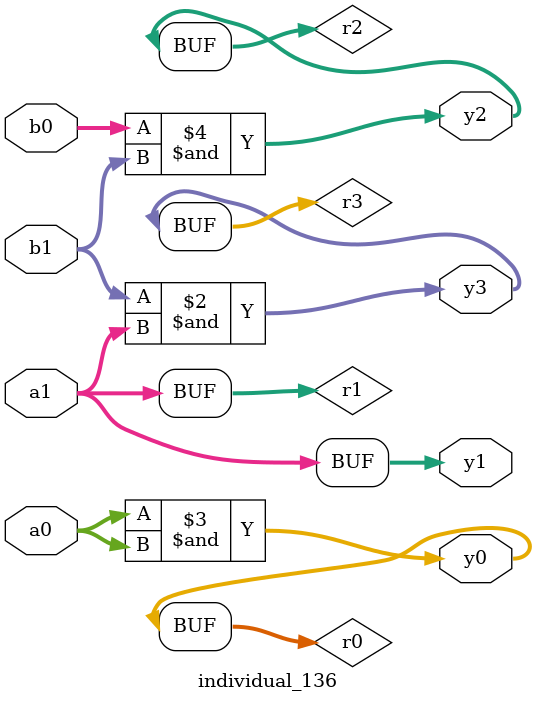
<source format=sv>
module individual_136(input logic [15:0] a1, input logic [15:0] a0, input logic [15:0] b1, input logic [15:0] b0, output logic [15:0] y3, output logic [15:0] y2, output logic [15:0] y1, output logic [15:0] y0);
logic [15:0] r0, r1, r2, r3; 
 always@(*) begin 
	 r0 = a0; r1 = a1; r2 = b0; r3 = b1; 
 	 r3  &=  r1 ;
 	 r0  &=  r0 ;
 	 r2  &=  b1 ;
 	 y3 = r3; y2 = r2; y1 = r1; y0 = r0; 
end
endmodule
</source>
